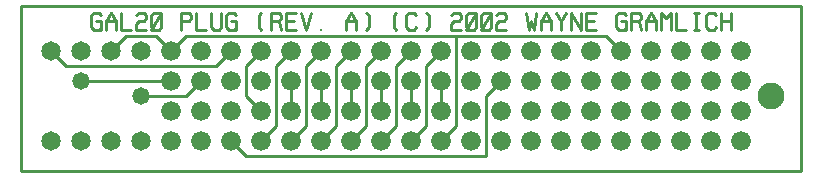
<source format=gtl>
%MOIN*%
%FSLAX25Y25*%
G04 D10 used for Character Trace; *
G04     Circle (OD=.01000) (No hole)*
G04 D11 used for Power Trace; *
G04     Circle (OD=.06700) (No hole)*
G04 D12 used for Signal Trace; *
G04     Circle (OD=.01100) (No hole)*
G04 D13 used for Via; *
G04     Circle (OD=.05800) (Round. Hole ID=.02800)*
G04 D14 used for Component hole; *
G04     Circle (OD=.06500) (Round. Hole ID=.03500)*
G04 D15 used for Component hole; *
G04     Circle (OD=.06600) (Round. Hole ID=.04200)*
G04 D16 used for Component hole; *
G04     Circle (OD=.08200) (Round. Hole ID=.05200)*
G04 D17 used for Component hole; *
G04     Circle (OD=.08950) (Round. Hole ID=.05950)*
G04 D18 used for Component hole; *
G04     Circle (OD=.11600) (Round. Hole ID=.08600)*
G04 D19 used for Component hole; *
G04     Circle (OD=.15500) (Round. Hole ID=.12500)*
G04 D20 used for Component hole; *
G04     Circle (OD=.18200) (Round. Hole ID=.15200)*
G04 D21 used for Component hole; *
G04     Circle (OD=.24300) (Round. Hole ID=.21300)*
%ADD10C,.01000*%
%ADD11C,.06700*%
%ADD12C,.01100*%
%ADD13C,.05800*%
%ADD14C,.06500*%
%ADD15C,.06600*%
%ADD16C,.08200*%
%ADD17C,.08950*%
%ADD18C,.11600*%
%ADD19C,.15500*%
%ADD20C,.18200*%
%ADD21C,.24300*%
%IPPOS*%
%LPD*%
G90*X0Y0D02*D14*X10000Y10000D03*X20000D03*D13*    
Y30000D03*D12*X50000D01*D15*D03*D12*              
X40000Y25000D02*X55000D01*D13*X40000D03*D15*      
X50000Y20000D03*Y40000D03*D12*X55000Y45000D01*    
X145000D01*Y15000D01*X140000Y10000D01*D15*D03*D12*
X130000D02*X135000Y15000D01*D15*X130000Y10000D03* 
D12*X135000Y15000D02*Y35000D01*X140000Y40000D01*  
D15*D03*D12*X145000Y45000D02*X195000D01*          
X200000Y40000D01*D15*D03*X210000Y30000D03*        
X190000D03*X210000Y40000D03*X190000D03*           
X200000Y30000D03*X220000Y20000D03*X180000D03*     
X220000Y30000D03*X190000Y20000D03*                
X220000Y40000D03*X180000D03*X200000Y20000D03*     
X180000Y30000D03*X210000Y20000D03*                
X230000Y10000D03*X170000D03*X230000Y20000D03*     
X180000Y10000D03*X230000Y30000D03*                
X190000Y10000D03*X230000Y40000D03*X170000D03*     
X200000Y10000D03*X170000Y30000D03*                
X210000Y10000D03*X170000Y20000D03*                
X220000Y10000D03*X240000D03*Y20000D03*Y30000D03*  
Y40000D03*X160000D03*Y30000D03*D12*               
X155000Y25000D01*Y5000D01*X75000D01*              
X70000Y10000D01*D15*D03*X80000Y20000D03*D12*      
X75000Y25000D01*Y35000D01*X80000Y40000D01*D15*D03*
D12*X85000Y15000D02*Y35000D01*X80000Y10000D02*    
X85000Y15000D01*D15*X80000Y10000D03*              
X90000Y20000D03*D12*Y30000D01*D15*D03*D12*        
X95000Y15000D02*Y35000D01*X90000Y10000D02*        
X95000Y15000D01*D15*X90000Y10000D03*              
X100000Y20000D03*D12*Y30000D01*D15*D03*D12*       
X105000Y15000D02*Y35000D01*X100000Y10000D02*      
X105000Y15000D01*D15*X100000Y10000D03*            
X110000Y20000D03*D12*Y30000D01*D15*D03*D12*       
X115000Y15000D02*Y35000D01*X110000Y10000D02*      
X115000Y15000D01*D15*X110000Y10000D03*            
X120000Y20000D03*D12*Y30000D01*D15*D03*D12*       
X125000Y15000D02*Y35000D01*X120000Y10000D02*      
X125000Y15000D01*D15*X120000Y10000D03*            
X130000Y20000D03*D12*Y30000D01*D15*D03*D12*       
X125000Y35000D02*X130000Y40000D01*D15*D03*        
X140000Y30000D03*D12*Y20000D01*D15*D03*           
X150000Y10000D03*Y30000D03*Y20000D03*             
X120000Y40000D03*D12*X115000Y35000D01*D15*        
X110000Y40000D03*D12*X105000Y35000D01*D15*        
X100000Y40000D03*D12*X95000Y35000D01*D15*         
X90000Y40000D03*D12*X85000Y35000D01*D15*          
X80000Y30000D03*X70000Y20000D03*Y40000D03*D12*    
X65000Y35000D01*X15000D01*X10000Y40000D01*D14*D03*
X20000D03*D10*X26674Y48086D02*X25837Y47129D01*    
X24163D01*X23326Y48086D01*Y51914D01*              
X24163Y52871D01*X25837D01*X26674Y51914D01*        
X25000Y50000D02*X26674D01*Y47129D01*X28326D02*    
Y50000D01*X30000Y52871D01*X31674Y50000D01*        
Y47129D01*X28326Y50000D02*X31674D01*              
X33326Y52871D02*Y47129D01*X36674D01*              
X38326Y51914D02*X39163Y52871D01*X40837D01*        
X41674Y51914D01*Y50957D01*X40837Y50000D01*        
X39163D01*X38326Y49043D01*Y47129D01*X41674D01*    
X46674Y48086D02*X45837Y47129D01*X44163D01*        
X43326Y48086D01*Y51914D01*X44163Y52871D01*        
X45837D01*X46674Y51914D01*Y48086D01*              
X43326Y47129D02*X46674Y52871D01*X53326Y47129D02*  
Y52871D01*X55837D01*X56674Y51914D01*Y50957D01*    
X55837Y50000D01*X53326D01*X58326Y52871D02*        
Y47129D01*X61674D01*X66674Y52871D02*Y48086D01*    
X65837Y47129D01*X64163D01*X63326Y48086D01*        
Y52871D01*X71674Y48086D02*X70837Y47129D01*        
X69163D01*X68326Y48086D01*Y51914D01*              
X69163Y52871D01*X70837D01*X71674Y51914D01*        
X70000Y50000D02*X71674D01*Y47129D01*              
X80000Y52871D02*X79163Y51914D01*Y48086D01*        
X80000Y47129D01*X83326D02*Y52871D01*X85837D01*    
X86674Y51914D01*Y50957D01*X85837Y50000D01*        
X83326D01*X85837D02*X86674Y47129D01*X91674D02*    
X88326D01*Y52871D01*X91674D01*X88326Y50000D02*    
X90837D01*X93326Y52871D02*X95000Y47129D01*        
X96674Y52871D01*X100000Y47129D03*X108326D02*      
Y50000D01*X110000Y52871D01*X111674Y50000D01*      
Y47129D01*X108326Y50000D02*X111674D01*            
X115000Y52871D02*X115837Y51914D01*Y48086D01*      
X115000Y47129D01*X125000Y52871D02*                
X124163Y51914D01*Y48086D01*X125000Y47129D01*      
X131674Y48086D02*X130837Y47129D01*X129163D01*     
X128326Y48086D01*Y51914D01*X129163Y52871D01*      
X130837D01*X131674Y51914D01*X135000Y52871D02*     
X135837Y51914D01*Y48086D01*X135000Y47129D01*      
X143326Y51914D02*X144163Y52871D01*X145837D01*     
X146674Y51914D01*Y50957D01*X145837Y50000D01*      
X144163D01*X143326Y49043D01*Y47129D01*X146674D01* 
X151674Y48086D02*X150837Y47129D01*X149163D01*     
X148326Y48086D01*Y51914D01*X149163Y52871D01*      
X150837D01*X151674Y51914D01*Y48086D01*            
X148326Y47129D02*X151674Y52871D01*                
X156674Y48086D02*X155837Y47129D01*X154163D01*     
X153326Y48086D01*Y51914D01*X154163Y52871D01*      
X155837D01*X156674Y51914D01*Y48086D01*            
X153326Y47129D02*X156674Y52871D01*                
X158326Y51914D02*X159163Y52871D01*X160837D01*     
X161674Y51914D01*Y50957D01*X160837Y50000D01*      
X159163D01*X158326Y49043D01*Y47129D01*X161674D01* 
X168326Y52871D02*X169163Y47129D01*                
X170000Y50000D01*X170837Y47129D01*                
X171674Y52871D01*X173326Y47129D02*Y50000D01*      
X175000Y52871D01*X176674Y50000D01*Y47129D01*      
X173326Y50000D02*X176674D01*X178326Y52871D02*     
X180000Y50000D01*X181674Y52871D01*                
X180000Y50000D02*Y47129D01*X183326D02*Y52871D01*  
X186674Y47129D01*Y52871D01*X191674Y47129D02*      
X188326D01*Y52871D01*X191674D01*X188326Y50000D02* 
X190837D01*X201674Y48086D02*X200837Y47129D01*     
X199163D01*X198326Y48086D01*Y51914D01*            
X199163Y52871D01*X200837D01*X201674Y51914D01*     
X200000Y50000D02*X201674D01*Y47129D01*X203326D02* 
Y52871D01*X205837D01*X206674Y51914D01*Y50957D01*  
X205837Y50000D01*X203326D01*X205837D02*           
X206674Y47129D01*X208326D02*Y50000D01*            
X210000Y52871D01*X211674Y50000D01*Y47129D01*      
X208326Y50000D02*X211674D01*X213326Y47129D02*     
Y52871D01*X215000Y50957D01*X216674Y52871D01*      
Y47129D01*X218326Y52871D02*Y47129D01*X221674D01*  
X225000D02*Y52871D01*X224163Y47129D02*X225837D01* 
X224163Y52871D02*X225837D01*X231674Y48086D02*     
X230837Y47129D01*X229163D01*X228326Y48086D01*     
Y51914D01*X229163Y52871D01*X230837D01*            
X231674Y51914D01*X233326Y47129D02*Y52871D01*      
X236674Y47129D02*Y52871D01*X233326Y50000D02*      
X236674D01*D12*X0Y0D02*Y55000D01*Y0D02*X260000D01*
Y55000D01*X0D01*D14*X30000Y40000D03*D12*          
X35000Y45000D01*X45000D01*X50000Y40000D01*D15*    
X60000Y30000D03*D12*X55000Y25000D01*D15*          
X60000Y20000D03*D14*X40000Y40000D03*Y10000D03*D15*
X60000Y40000D03*X50000Y10000D03*X70000Y30000D03*  
X60000Y10000D03*D14*X30000D03*D15*                
X150000Y40000D03*X160000Y10000D03*Y20000D03*D17*  
X250000Y25000D03*M02*                             

</source>
